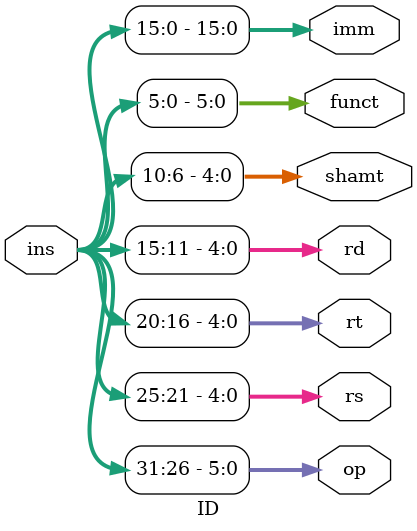
<source format=v>
module ID(op, rs, rt, rd, shamt, funct, imm, ins); 
  output [5:0] op; 
  output [4:0] rs, rt, rd, shamt; 
  output [5:0] funct; 
  output [15:0] imm; 
  input [31:0] ins; 


  assign op = {ins[31:26]}; 
  assign rs = {ins[25:21]}; 
  assign rt = {ins[20:16]}; 
  assign rd = {ins[15:11]}; 
  assign shamt = {ins[10:6]}; 
  assign funct = {ins[5:0]}; 
  assign imm = {ins[15:0]}; 

endmodule
</source>
